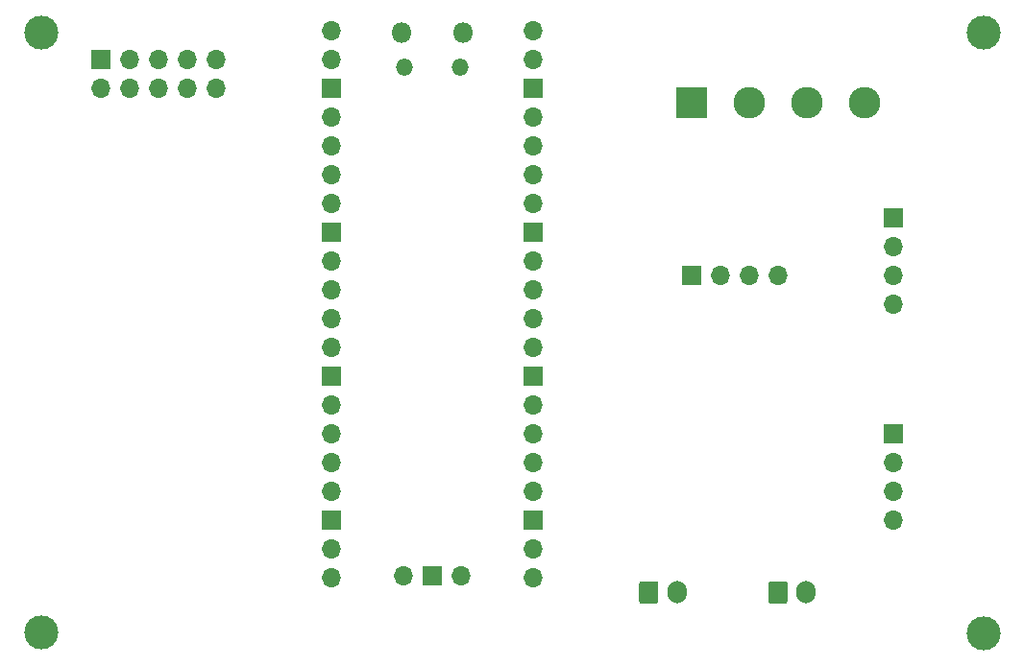
<source format=gbr>
%TF.GenerationSoftware,KiCad,Pcbnew,(5.1.7)-1*%
%TF.CreationDate,2021-06-25T20:26:21+01:00*%
%TF.ProjectId,flowcontrol-v0.1,666c6f77-636f-46e7-9472-6f6c2d76302e,rev?*%
%TF.SameCoordinates,Original*%
%TF.FileFunction,Soldermask,Bot*%
%TF.FilePolarity,Negative*%
%FSLAX46Y46*%
G04 Gerber Fmt 4.6, Leading zero omitted, Abs format (unit mm)*
G04 Created by KiCad (PCBNEW (5.1.7)-1) date 2021-06-25 20:26:21*
%MOMM*%
%LPD*%
G01*
G04 APERTURE LIST*
%ADD10O,1.700000X1.700000*%
%ADD11R,1.700000X1.700000*%
%ADD12C,3.000000*%
%ADD13O,1.700000X2.000000*%
%ADD14R,2.780000X2.780000*%
%ADD15C,2.780000*%
%ADD16O,1.800000X1.800000*%
%ADD17O,1.500000X1.500000*%
G04 APERTURE END LIST*
D10*
%TO.C,J5*%
X116840000Y-72390000D03*
X116840000Y-69850000D03*
X114300000Y-72390000D03*
X114300000Y-69850000D03*
X111760000Y-72390000D03*
X111760000Y-69850000D03*
X109220000Y-72390000D03*
X109220000Y-69850000D03*
X106680000Y-72390000D03*
D11*
X106680000Y-69850000D03*
%TD*%
D12*
%TO.C,REF\u002A\u002A*%
X101447600Y-67424300D03*
%TD*%
%TO.C,REF\u002A\u002A*%
X184454800Y-67411600D03*
%TD*%
%TO.C,REF\u002A\u002A*%
X184454800Y-120421400D03*
%TD*%
%TO.C,REF\u002A\u002A*%
X101447600Y-120370600D03*
%TD*%
D11*
%TO.C,J1*%
X176530000Y-83820000D03*
D10*
X176530000Y-86360000D03*
X176530000Y-88900000D03*
X176530000Y-91440000D03*
%TD*%
%TO.C,J2*%
X176530000Y-110490000D03*
X176530000Y-107950000D03*
X176530000Y-105410000D03*
D11*
X176530000Y-102870000D03*
%TD*%
D13*
%TO.C,J3*%
X168870000Y-116840000D03*
G36*
G01*
X165520000Y-117590000D02*
X165520000Y-116090000D01*
G75*
G02*
X165770000Y-115840000I250000J0D01*
G01*
X166970000Y-115840000D01*
G75*
G02*
X167220000Y-116090000I0J-250000D01*
G01*
X167220000Y-117590000D01*
G75*
G02*
X166970000Y-117840000I-250000J0D01*
G01*
X165770000Y-117840000D01*
G75*
G02*
X165520000Y-117590000I0J250000D01*
G01*
G37*
%TD*%
%TO.C,J4*%
G36*
G01*
X154130000Y-117590000D02*
X154130000Y-116090000D01*
G75*
G02*
X154380000Y-115840000I250000J0D01*
G01*
X155580000Y-115840000D01*
G75*
G02*
X155830000Y-116090000I0J-250000D01*
G01*
X155830000Y-117590000D01*
G75*
G02*
X155580000Y-117840000I-250000J0D01*
G01*
X154380000Y-117840000D01*
G75*
G02*
X154130000Y-117590000I0J250000D01*
G01*
G37*
X157480000Y-116840000D03*
%TD*%
D14*
%TO.C,J6*%
X158750000Y-73660000D03*
D15*
X163830000Y-73660000D03*
X168910000Y-73660000D03*
X173990000Y-73660000D03*
%TD*%
D11*
%TO.C,J7*%
X158750000Y-88900000D03*
D10*
X161290000Y-88900000D03*
X163830000Y-88900000D03*
X166370000Y-88900000D03*
%TD*%
%TO.C,U1*%
X127000000Y-67310000D03*
X127000000Y-69850000D03*
D11*
X127000000Y-72390000D03*
D10*
X127000000Y-74930000D03*
X127000000Y-77470000D03*
X127000000Y-80010000D03*
X127000000Y-82550000D03*
D11*
X127000000Y-85090000D03*
D10*
X127000000Y-87630000D03*
X127000000Y-90170000D03*
X127000000Y-92710000D03*
X127000000Y-95250000D03*
D11*
X127000000Y-97790000D03*
D10*
X127000000Y-100330000D03*
X127000000Y-102870000D03*
X127000000Y-105410000D03*
X127000000Y-107950000D03*
D11*
X127000000Y-110490000D03*
D10*
X127000000Y-113030000D03*
X127000000Y-115570000D03*
X144780000Y-115570000D03*
X144780000Y-113030000D03*
D11*
X144780000Y-110490000D03*
D10*
X144780000Y-107950000D03*
X144780000Y-105410000D03*
X144780000Y-102870000D03*
X144780000Y-100330000D03*
D11*
X144780000Y-97790000D03*
D10*
X144780000Y-95250000D03*
X144780000Y-92710000D03*
X144780000Y-90170000D03*
X144780000Y-87630000D03*
D11*
X144780000Y-85090000D03*
D10*
X144780000Y-82550000D03*
X144780000Y-80010000D03*
X144780000Y-77470000D03*
X144780000Y-74930000D03*
D11*
X144780000Y-72390000D03*
D10*
X144780000Y-69850000D03*
X144780000Y-67310000D03*
D16*
X133165000Y-67440000D03*
X138615000Y-67440000D03*
D17*
X133465000Y-70470000D03*
X138315000Y-70470000D03*
D10*
X133350000Y-115340000D03*
D11*
X135890000Y-115340000D03*
D10*
X138430000Y-115340000D03*
%TD*%
M02*

</source>
